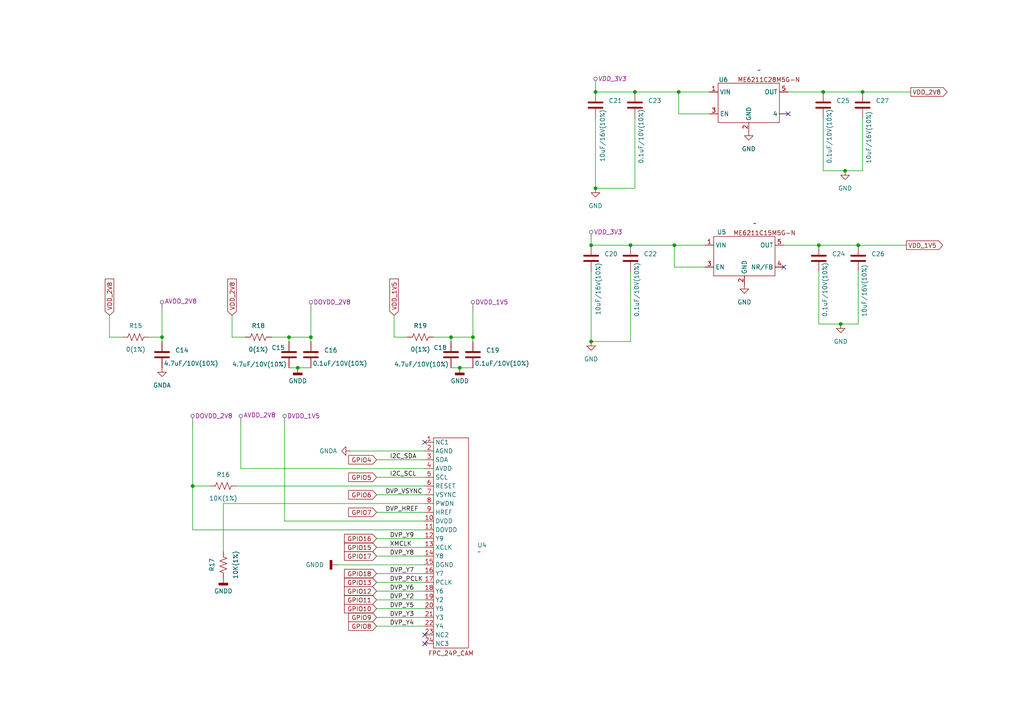
<source format=kicad_sch>
(kicad_sch (version 20231120) (generator "eeschema") (generator_version "8.0")
  (paper "A4")
  (lib_symbols
    (symbol "Device:C" (pin_numbers hide) (pin_names (offset 0.254))
      (property "Reference" "C" (at 0.635 2.54 0))
      (property "Value" "C" (at 0.635 -2.54 0))
      (symbol "C_0_1"
        (polyline (pts (xy -2.032 -0.762) (xy 2.032 -0.762)) (stroke (width 0.508)))
        (polyline (pts (xy -2.032 0.762) (xy 2.032 0.762)) (stroke (width 0.508)))
      )
      (symbol "C_1_1"
        (pin passive line (at 0 3.81 270) (length 2.794) (name "~") (number "1"))
        (pin passive line (at 0 -3.81 90) (length 2.794) (name "~") (number "2"))
      )
    )
    (symbol "Device:R_US" (pin_numbers hide) (pin_names (offset 0))
      (property "Reference" "R" (at 2.54 0 90))
      (property "Value" "R_US" (at -2.54 0 90))
      (symbol "R_US_0_1"
        (polyline (pts (xy 0 -2.286) (xy 0 -2.54)))
        (polyline (pts (xy 0 2.286) (xy 0 2.54)))
        (polyline (pts (xy 0 -0.762) (xy 1.016 -1.143) (xy 0 -1.524) (xy -1.016 -1.905) (xy 0 -2.286)))
        (polyline (pts (xy 0 0.762) (xy 1.016 0.381) (xy 0 0) (xy -1.016 -0.381) (xy 0 -0.762)))
        (polyline (pts (xy 0 2.286) (xy 1.016 1.905) (xy 0 1.524) (xy -1.016 1.143) (xy 0 0.762)))
      )
      (symbol "R_US_1_1"
        (pin passive line (at 0 3.81 270) (length 1.27) (name "~") (number "1"))
        (pin passive line (at 0 -3.81 90) (length 1.27) (name "~") (number "2"))
      )
    )
    (symbol "ME6211C28M5G-N:ME6211C15M5G-N"
      (property "Reference" "U" (at -7.62 -2.794 0))
      (symbol "ME6211C15M5G-N_0_1"
        (rectangle (start -8.89 -3.81) (end 8.89 -15.24))
      )
      (symbol "ME6211C15M5G-N_1_1"
        (text "ME6211C15M5G-N" (at 5.842 -2.794 0) (effects (font (size 1.27 1.27))))
        (pin input line (at -11.43 -6.35 0) (length 2.54) (name "VIN") (number "1"))
        (pin passive line (at 0 -17.78 90) (length 2.54) (name "GND") (number "2"))
        (pin input line (at -11.43 -12.7 0) (length 2.54) (name "EN") (number "3"))
        (pin passive line (at 11.43 -12.7 180) (length 2.54) (name "NR/FB") (number "4"))
        (pin bidirectional line (at 11.43 -6.35 180) (length 2.54) (name "OUT") (number "5"))
      )
    )
    (symbol "ME6211C28M5G-N:ME6211C28M5G-N"
      (property "Reference" "U" (at -7.874 -4.064 0))
      (symbol "ME6211C28M5G-N_0_1"
        (rectangle (start -8.89 -5.08) (end 8.89 -16.51))
      )
      (symbol "ME6211C28M5G-N_1_1"
        (text "ME6211C28M5G-N" (at 5.842 -4.064 0) (effects (font (size 1.27 1.27))))
        (pin passive line (at 11.43 -13.97 180) (length 2.54) (name "4") (number ""))
        (pin input line (at -11.43 -7.62 0) (length 2.54) (name "VIN") (number "1"))
        (pin passive line (at 0 -19.05 90) (length 2.54) (name "GND") (number "2"))
        (pin input line (at -11.43 -13.97 0) (length 2.54) (name "EN") (number "3"))
        (pin bidirectional line (at 11.43 -7.62 180) (length 2.54) (name "OUT") (number "5"))
      )
    )
    (symbol "Video:FPC_24C_CAM"
      (property "Reference" "U" (at 0 0 0))
      (symbol "FPC_24C_CAM_0_1"
        (rectangle (start 0 -1.27) (end 10.16 -62.23))
      )
      (symbol "FPC_24C_CAM_1_1"
        (text "FPC_24P_CAM" (at 5.08 -63.754 0) (effects (font (size 1.27 1.27))))
        (pin output line (at -2.54 -2.54 0) (length 2.54) (name "NC1") (number "1"))
        (pin output line (at -2.54 -25.4 0) (length 2.54) (name "DVDD") (number "10"))
        (pin output line (at -2.54 -27.94 0) (length 2.54) (name "DOVDD") (number "11"))
        (pin output line (at -2.54 -30.48 0) (length 2.54) (name "Y9") (number "12"))
        (pin output line (at -2.54 -33.02 0) (length 2.54) (name "XCLK") (number "13"))
        (pin output line (at -2.54 -35.56 0) (length 2.54) (name "Y8") (number "14"))
        (pin output line (at -2.54 -38.1 0) (length 2.54) (name "DGND") (number "15"))
        (pin output line (at -2.54 -40.64 0) (length 2.54) (name "Y7") (number "16"))
        (pin output line (at -2.54 -43.18 0) (length 2.54) (name "PCLK") (number "17"))
        (pin output line (at -2.54 -45.72 0) (length 2.54) (name "Y6") (number "18"))
        (pin output line (at -2.54 -48.26 0) (length 2.54) (name "Y2") (number "19"))
        (pin output line (at -2.54 -5.08 0) (length 2.54) (name "AGND") (number "2"))
        (pin output line (at -2.54 -50.8 0) (length 2.54) (name "Y5") (number "20"))
        (pin output line (at -2.54 -53.34 0) (length 2.54) (name "Y3") (number "21"))
        (pin output line (at -2.54 -55.88 0) (length 2.54) (name "Y4") (number "22"))
        (pin output line (at -2.54 -58.42 0) (length 2.54) (name "NC2") (number "23"))
        (pin output line (at -2.54 -60.96 0) (length 2.54) (name "NC3") (number "24"))
        (pin output line (at -2.54 -7.62 0) (length 2.54) (name "SDA") (number "3"))
        (pin output line (at -2.54 -10.16 0) (length 2.54) (name "AVDD") (number "4"))
        (pin output line (at -2.54 -12.7 0) (length 2.54) (name "SCL") (number "5"))
        (pin output line (at -2.54 -15.24 0) (length 2.54) (name "RESET") (number "6"))
        (pin output line (at -2.54 -17.78 0) (length 2.54) (name "VSYNC") (number "7"))
        (pin output line (at -2.54 -20.32 0) (length 2.54) (name "PWDN") (number "8"))
        (pin output line (at -2.54 -22.86 0) (length 2.54) (name "HREF") (number "9"))
      )
    )
    (symbol "power:GND" (power) (pin_numbers hide) (pin_names (offset 0) hide)
      (property "Value" "GND" (at 0 -3.81 0))
      (symbol "GND_0_1"
        (polyline (pts (xy 0 0) (xy 0 -1.27) (xy 1.27 -1.27) (xy 0 -2.54) (xy -1.27 -1.27) (xy 0 -1.27)))
      )
      (symbol "GND_1_1"
        (pin power_in line (at 0 0 270) (length 0) (name "~") (number "1"))
      )
    )
    (symbol "power:GNDA" (power) (pin_numbers hide) (pin_names (offset 0) hide)
      (property "Value" "GNDA" (at 0 -3.81 0))
      (symbol "GNDA_0_1"
        (polyline (pts (xy 0 0) (xy 0 -1.27) (xy 1.27 -1.27) (xy 0 -2.54) (xy -1.27 -1.27) (xy 0 -1.27)))
      )
      (symbol "GNDA_1_1"
        (pin power_in line (at 0 0 270) (length 0) (name "~") (number "1"))
      )
    )
    (symbol "power:GNDD" (power) (pin_numbers hide) (pin_names (offset 0) hide)
      (property "Value" "GNDD" (at 0 -3.175 0))
      (symbol "GNDD_0_1"
        (rectangle (start -1.27 -1.524) (end 1.27 -2.032) (stroke (width 0.254)) (fill (type outline)))
        (polyline (pts (xy 0 0) (xy 0 -1.524)))
      )
      (symbol "GNDD_1_1"
        (pin power_in line (at 0 0 270) (length 0) (name "~") (number "1"))
      )
    )
  )
  (junction (at 133.35 106.68))
  (junction (at 238.76 26.67))
  (junction (at 171.45 99.06))
  (junction (at 184.15 26.67))
  (junction (at 46.99 97.79))
  (junction (at 250.19 26.67))
  (junction (at 182.88 71.12))
  (junction (at 83.82 97.79))
  (junction (at 243.84 93.98))
  (junction (at 245.11 49.53))
  (junction (at 55.88 140.97))
  (junction (at 237.49 71.12))
  (junction (at 172.72 26.67))
  (junction (at 137.16 97.79))
  (junction (at 196.85 26.67))
  (junction (at 130.81 97.79))
  (junction (at 171.45 71.12))
  (junction (at 248.92 71.12))
  (junction (at 86.36 106.68))
  (junction (at 90.17 97.79))
  (junction (at 172.72 54.61))
  (junction (at 195.58 71.12))
  (no_connect (at 123.19 128.27))
  (no_connect (at 123.19 186.69))
  (no_connect (at 123.19 184.15))
  (no_connect (at 227.33 77.47))
  (no_connect (at 228.6 33.02))
  (wire (pts (xy 109.22 156.21) (xy 123.19 156.21)))
  (wire (pts (xy 114.3 97.79) (xy 118.11 97.79)))
  (wire (pts (xy 109.22 143.51) (xy 123.19 143.51)))
  (wire (pts (xy 109.22 173.99) (xy 123.19 173.99)))
  (wire (pts (xy 55.88 153.67) (xy 123.19 153.67)))
  (wire (pts (xy 109.22 179.07) (xy 123.19 179.07)))
  (wire (pts (xy 184.15 34.29) (xy 184.15 54.61)))
  (wire (pts (xy 83.82 97.79) (xy 83.82 99.06)))
  (wire (pts (xy 90.17 90.17) (xy 90.17 97.79)))
  (wire (pts (xy 182.88 71.12) (xy 195.58 71.12)))
  (wire (pts (xy 171.45 71.12) (xy 182.88 71.12)))
  (wire (pts (xy 55.88 140.97) (xy 55.88 153.67)))
  (wire (pts (xy 86.36 106.68) (xy 90.17 106.68)))
  (wire (pts (xy 109.22 161.29) (xy 123.19 161.29)))
  (wire (pts (xy 46.99 90.17) (xy 46.99 97.79)))
  (wire (pts (xy 248.92 93.98) (xy 248.92 78.74)))
  (wire (pts (xy 237.49 78.74) (xy 237.49 93.98)))
  (wire (pts (xy 55.88 140.97) (xy 60.96 140.97)))
  (wire (pts (xy 238.76 49.53) (xy 245.11 49.53)))
  (wire (pts (xy 196.85 26.67) (xy 205.74 26.67)))
  (wire (pts (xy 228.6 26.67) (xy 238.76 26.67)))
  (wire (pts (xy 182.88 78.74) (xy 182.88 99.06)))
  (wire (pts (xy 171.45 99.06) (xy 182.88 99.06)))
  (wire (pts (xy 31.75 97.79) (xy 35.56 97.79)))
  (wire (pts (xy 68.58 140.97) (xy 123.19 140.97)))
  (wire (pts (xy 205.74 33.02) (xy 196.85 33.02)))
  (wire (pts (xy 109.22 166.37) (xy 123.19 166.37)))
  (wire (pts (xy 69.85 123.19) (xy 69.85 135.89)))
  (wire (pts (xy 69.85 135.89) (xy 123.19 135.89)))
  (wire (pts (xy 204.47 77.47) (xy 195.58 77.47)))
  (wire (pts (xy 43.18 97.79) (xy 46.99 97.79)))
  (wire (pts (xy 196.85 33.02) (xy 196.85 26.67)))
  (wire (pts (xy 171.45 69.85) (xy 171.45 71.12)))
  (wire (pts (xy 172.72 54.61) (xy 184.15 54.61)))
  (wire (pts (xy 137.16 90.17) (xy 137.16 97.79)))
  (wire (pts (xy 172.72 26.67) (xy 184.15 26.67)))
  (wire (pts (xy 238.76 26.67) (xy 250.19 26.67)))
  (wire (pts (xy 125.73 97.79) (xy 130.81 97.79)))
  (wire (pts (xy 114.3 91.44) (xy 114.3 97.79)))
  (wire (pts (xy 78.74 97.79) (xy 83.82 97.79)))
  (wire (pts (xy 46.99 97.79) (xy 46.99 99.06)))
  (wire (pts (xy 82.55 123.19) (xy 82.55 151.13)))
  (wire (pts (xy 130.81 97.79) (xy 130.81 99.06)))
  (wire (pts (xy 101.6 130.81) (xy 123.19 130.81)))
  (wire (pts (xy 250.19 49.53) (xy 250.19 34.29)))
  (wire (pts (xy 64.77 146.05) (xy 64.77 160.02)))
  (wire (pts (xy 109.22 133.35) (xy 123.19 133.35)))
  (wire (pts (xy 237.49 71.12) (xy 248.92 71.12)))
  (wire (pts (xy 82.55 151.13) (xy 123.19 151.13)))
  (wire (pts (xy 250.19 26.67) (xy 264.16 26.67)))
  (wire (pts (xy 248.92 71.12) (xy 262.89 71.12)))
  (wire (pts (xy 172.72 34.29) (xy 172.72 54.61)))
  (wire (pts (xy 195.58 71.12) (xy 204.47 71.12)))
  (wire (pts (xy 243.84 93.98) (xy 248.92 93.98)))
  (wire (pts (xy 237.49 93.98) (xy 243.84 93.98)))
  (wire (pts (xy 83.82 97.79) (xy 90.17 97.79)))
  (wire (pts (xy 195.58 77.47) (xy 195.58 71.12)))
  (wire (pts (xy 31.75 91.44) (xy 31.75 97.79)))
  (wire (pts (xy 227.33 71.12) (xy 237.49 71.12)))
  (wire (pts (xy 133.35 106.68) (xy 137.16 106.68)))
  (wire (pts (xy 67.31 97.79) (xy 71.12 97.79)))
  (wire (pts (xy 83.82 106.68) (xy 86.36 106.68)))
  (wire (pts (xy 109.22 171.45) (xy 123.19 171.45)))
  (wire (pts (xy 97.79 163.83) (xy 123.19 163.83)))
  (wire (pts (xy 123.19 146.05) (xy 64.77 146.05)))
  (wire (pts (xy 109.22 176.53) (xy 123.19 176.53)))
  (wire (pts (xy 55.88 123.19) (xy 55.88 140.97)))
  (wire (pts (xy 109.22 168.91) (xy 123.19 168.91)))
  (wire (pts (xy 67.31 91.44) (xy 67.31 97.79)))
  (wire (pts (xy 238.76 34.29) (xy 238.76 49.53)))
  (wire (pts (xy 90.17 97.79) (xy 90.17 99.06)))
  (wire (pts (xy 184.15 26.67) (xy 196.85 26.67)))
  (wire (pts (xy 109.22 158.75) (xy 123.19 158.75)))
  (wire (pts (xy 109.22 181.61) (xy 123.19 181.61)))
  (wire (pts (xy 171.45 78.74) (xy 171.45 99.06)))
  (wire (pts (xy 109.22 148.59) (xy 123.19 148.59)))
  (wire (pts (xy 245.11 49.53) (xy 250.19 49.53)))
  (wire (pts (xy 130.81 97.79) (xy 137.16 97.79)))
  (wire (pts (xy 109.22 138.43) (xy 123.19 138.43)))
  (wire (pts (xy 130.81 106.68) (xy 133.35 106.68)))
  (wire (pts (xy 137.16 97.79) (xy 137.16 99.06)))
  (wire (pts (xy 172.72 25.4) (xy 172.72 26.67)))
  (label "I2C_SDA" (at 113.03 133.35 0))
  (label "DVP_PCLK" (at 113.03 168.91 0))
  (label "DVP_Y2" (at 113.03 173.99 0))
  (label "DVP_HREF" (at 111.76 148.59 0))
  (label "I2C_SCL" (at 113.03 138.43 0))
  (label "DVP_Y7" (at 113.03 166.37 0))
  (label "DVP_Y6" (at 113.03 171.45 0))
  (label "DVP_Y8" (at 113.03 161.29 0))
  (label "DVP_Y9" (at 113.03 156.21 0))
  (label "DVP_VSYNC" (at 111.76 143.51 0))
  (label "DVP_Y4" (at 113.03 181.61 0))
  (label "XMCLK" (at 113.03 158.75 0))
  (label "DVP_Y3" (at 113.03 179.07 0))
  (label "DVP_Y5" (at 113.03 176.53 0))
  (global_label "GPIO18" (shape input) (at 109.22 166.37 180) (property "Intersheetrefs" "${INTERSHEET_REFS}" (effects (hide yes))))
  (global_label "GPIO10" (shape input) (at 109.22 176.53 180) (property "Intersheetrefs" "${INTERSHEET_REFS}" (effects (hide yes))))
  (global_label "VDD_1V5" (shape output) (at 262.89 71.12 0) (property "Intersheetrefs" "${INTERSHEET_REFS}" (effects (hide yes))))
  (global_label "GPIO11" (shape input) (at 109.22 173.99 180) (property "Intersheetrefs" "${INTERSHEET_REFS}" (effects (hide yes))))
  (global_label "GPIO12" (shape input) (at 109.22 171.45 180) (property "Intersheetrefs" "${INTERSHEET_REFS}" (effects (hide yes))))
  (global_label "VDD_2V8" (shape input) (at 67.31 91.44 90) (property "Intersheetrefs" "${INTERSHEET_REFS}" (effects (hide yes))))
  (global_label "GPIO9" (shape input) (at 109.22 179.07 180) (property "Intersheetrefs" "${INTERSHEET_REFS}" (effects (hide yes))))
  (global_label "GPIO16" (shape input) (at 109.22 156.21 180) (property "Intersheetrefs" "${INTERSHEET_REFS}" (effects (hide yes))))
  (global_label "VDD_2V8" (shape input) (at 31.75 91.44 90) (property "Intersheetrefs" "${INTERSHEET_REFS}" (effects (hide yes))))
  (global_label "GPIO4" (shape input) (at 109.22 133.35 180) (property "Intersheetrefs" "${INTERSHEET_REFS}" (effects (hide yes))))
  (global_label "GPIO17" (shape input) (at 109.22 161.29 180) (property "Intersheetrefs" "${INTERSHEET_REFS}" (effects (hide yes))))
  (global_label "GPIO7" (shape input) (at 109.22 148.59 180) (property "Intersheetrefs" "${INTERSHEET_REFS}" (effects (hide yes))))
  (global_label "VDD_1V5" (shape input) (at 114.3 91.44 90) (property "Intersheetrefs" "${INTERSHEET_REFS}" (effects (hide yes))))
  (global_label "GPIO8" (shape input) (at 109.22 181.61 180) (property "Intersheetrefs" "${INTERSHEET_REFS}" (effects (hide yes))))
  (global_label "GPIO6" (shape input) (at 109.22 143.51 180) (property "Intersheetrefs" "${INTERSHEET_REFS}" (effects (hide yes))))
  (global_label "GPIO15" (shape input) (at 109.22 158.75 180) (property "Intersheetrefs" "${INTERSHEET_REFS}" (effects (hide yes))))
  (global_label "GPIO13" (shape input) (at 109.22 168.91 180) (property "Intersheetrefs" "${INTERSHEET_REFS}" (effects (hide yes))))
  (global_label "VDD_2V8" (shape output) (at 264.16 26.67 0) (property "Intersheetrefs" "${INTERSHEET_REFS}" (effects (hide yes))))
  (global_label "GPIO5" (shape input) (at 109.22 138.43 180) (property "Intersheetrefs" "${INTERSHEET_REFS}" (effects (hide yes))))
  (netclass_flag "" (length 2.54) (shape round) (at 171.45 69.85 0) (property "VDD" "VDD_3V3" (at 172.1485 67.31 0) (effects (font (italic yes)) (justify left))))
  (netclass_flag "" (length 2.54) (shape round) (at 137.16 90.17 0) (property "DVDD_1V5" "DVDD_1V5" (at 137.8585 87.63 0) (effects (justify left))))
  (netclass_flag "" (length 2.54) (shape round) (at 69.85 123.19 0) (property "AVDD_2V8" "AVDD_2V8" (at 70.612 120.396 0) (effects (justify left))))
  (netclass_flag "" (length 2.54) (shape round) (at 172.72 25.4 0) (property "VDD" "VDD_3V3" (at 173.4185 22.86 0) (effects (font (italic yes)) (justify left))))
  (netclass_flag "" (length 2.54) (shape round) (at 90.17 90.17 0) (property "DOVDD_2V8" "DOVDD_2V8" (at 90.8685 87.63 0) (effects (justify left))))
  (netclass_flag "" (length 2.54) (shape round) (at 82.55 123.19 0) (property "DVDD_1V5" "DVDD_1V5" (at 83.2485 120.65 0) (effects (justify left))))
  (netclass_flag "" (length 2.54) (shape round) (at 46.99 90.17 0) (property "AVDD_2V8" "AVDD_2V8" (at 47.752 87.376 0) (effects (justify left))))
  (netclass_flag "" (length 2.54) (shape round) (at 55.88 123.19 0) (property "DOVDD_2V8" "DOVDD_2V8" (at 56.5785 120.65 0) (effects (justify left))))
  (symbol (lib_id "power:GND") (at 245.11 49.53 0) (unit 1)
    (property "Reference" "#PWR029" (effects (hide yes)))
    (property "Value" "GND" (at 245.11 54.61 0))
    (property "Description" "Power symbol creates a global label with name \"GND\" , ground" (effects (hide yes)))
  )
  (symbol (lib_id "power:GNDD") (at 64.77 167.64 0) (unit 1)
    (property "Reference" "#PWR017" (effects (hide yes)))
    (property "Value" "GNDD" (at 64.77 171.45 0))
    (property "Description" "Power symbol creates a global label with name \"GNDD\" , digital ground" (effects (hide yes)))
  )
  (symbol (lib_id "Device:C") (at 184.15 30.48 0) (unit 1)
    (property "Reference" "C23" (at 187.96 29.2099 0) (effects (justify left)))
    (property "Value" "0.1uF/10V(10%)" (at 185.928 47.498 90) (effects (justify left)))
    (property "Footprint" "Capacitor_SMD:C_0603_1608Metric_Pad1.08x0.95mm_HandSolder" (effects (hide yes)))
    (property "Description" "Unpolarized capacitor" (effects (hide yes)))
  )
  (symbol (lib_id "Device:R_US") (at 74.93 97.79 90) (unit 1)
    (property "Reference" "R18" (at 74.93 94.488 90))
    (property "Value" "0(1%)" (at 74.93 101.346 90))
    (property "Footprint" "Resistor_SMD:R_0603_1608Metric_Pad0.98x0.95mm_HandSolder" (effects (hide yes)))
    (property "Description" "Resistor, US symbol" (effects (hide yes)))
  )
  (symbol (lib_id "Video:FPC_24C_CAM") (at 125.73 125.73 0) (unit 1)
    (property "Reference" "U4" (at 138.43 158.1177 0) (effects (justify left)))
    (property "Value" "~" (at 138.43 160.0228 0) (effects (justify left)))
    (property "Footprint" "Connector_FFC-FPC:Hirose_FH12-24S-0.5SH_1x24-1MP_P0.50mm_Horizontal" (effects (hide yes)))
  )
  (symbol (lib_id "ME6211C28M5G-N:ME6211C15M5G-N") (at 215.9 64.77 0) (unit 1)
    (property "Reference" "U5" (at 209.296 67.31 0))
    (property "Value" "~" (at 218.9219 64.77 0))
    (property "Footprint" "Package_TO_SOT_SMD:SOT-23-5" (effects (hide yes)))
  )
  (symbol (lib_id "power:GNDD") (at 86.36 106.68 0) (unit 1)
    (property "Reference" "#PWR018" (effects (hide yes)))
    (property "Value" "GNDD" (at 86.36 110.49 0))
    (property "Description" "Power symbol creates a global label with name \"GNDD\" , digital ground" (effects (hide yes)))
  )
  (symbol (lib_id "power:GNDA") (at 46.99 106.68 0) (unit 1)
    (property "Reference" "#PWR015" (effects (hide yes)))
    (property "Value" "GNDA" (at 46.99 111.76 0))
    (property "Description" "Power symbol creates a global label with name \"GNDA\" , analog ground" (effects (hide yes)))
  )
  (symbol (lib_id "Device:C") (at 130.81 102.87 0) (unit 1)
    (property "Reference" "C18" (at 125.73 100.838 0) (effects (justify left)))
    (property "Value" "4.7uF/10V(10%)" (at 114.3 105.664 0) (effects (justify left)))
    (property "Footprint" "Capacitor_SMD:C_0603_1608Metric_Pad1.08x0.95mm_HandSolder" (effects (hide yes)))
    (property "Description" "Unpolarized capacitor" (effects (hide yes)))
  )
  (symbol (lib_id "power:GND") (at 243.84 93.98 0) (unit 1)
    (property "Reference" "#PWR028" (effects (hide yes)))
    (property "Value" "GND" (at 243.84 99.06 0))
    (property "Description" "Power symbol creates a global label with name \"GND\" , ground" (effects (hide yes)))
  )
  (symbol (lib_id "Device:C") (at 137.16 102.87 0) (unit 1)
    (property "Reference" "C19" (at 140.97 101.5999 0) (effects (justify left)))
    (property "Value" "0.1uF/10V(10%)" (at 137.668 105.41 0) (effects (justify left)))
    (property "Footprint" "Capacitor_SMD:C_0603_1608Metric_Pad1.08x0.95mm_HandSolder" (effects (hide yes)))
    (property "Description" "Unpolarized capacitor" (effects (hide yes)))
  )
  (symbol (lib_id "Device:C") (at 83.82 102.87 0) (unit 1)
    (property "Reference" "C15" (at 78.74 100.838 0) (effects (justify left)))
    (property "Value" "4.7uF/10V(10%)" (at 67.31 105.664 0) (effects (justify left)))
    (property "Footprint" "Capacitor_SMD:C_0603_1608Metric_Pad1.08x0.95mm_HandSolder" (effects (hide yes)))
    (property "Description" "Unpolarized capacitor" (effects (hide yes)))
  )
  (symbol (lib_id "Device:C") (at 250.19 30.48 0) (unit 1)
    (property "Reference" "C27" (at 254 29.2099 0) (effects (justify left)))
    (property "Value" "10uF/16V(10%)" (at 251.968 47.498 90) (effects (justify left)))
    (property "Footprint" "Capacitor_SMD:C_0603_1608Metric_Pad1.08x0.95mm_HandSolder" (effects (hide yes)))
    (property "Description" "Unpolarized capacitor" (effects (hide yes)))
  )
  (symbol (lib_id "power:GND") (at 172.72 54.61 0) (unit 1)
    (property "Reference" "#PWR025" (effects (hide yes)))
    (property "Value" "GND" (at 172.72 59.69 0))
    (property "Description" "Power symbol creates a global label with name \"GND\" , ground" (effects (hide yes)))
  )
  (symbol (lib_id "power:GNDA") (at 101.6 130.81 270) (unit 1)
    (property "Reference" "#PWR021" (effects (hide yes)))
    (property "Value" "GNDA" (at 97.79 130.8099 90) (effects (justify right)))
    (property "Description" "Power symbol creates a global label with name \"GNDA\" , analog ground" (effects (hide yes)))
  )
  (symbol (lib_id "Device:R_US") (at 39.37 97.79 90) (unit 1)
    (property "Reference" "R15" (at 39.37 94.488 90))
    (property "Value" "0(1%)" (at 39.37 101.346 90))
    (property "Footprint" "Resistor_SMD:R_0603_1608Metric_Pad0.98x0.95mm_HandSolder" (effects (hide yes)))
    (property "Description" "Resistor, US symbol" (effects (hide yes)))
  )
  (symbol (lib_id "Device:C") (at 90.17 102.87 0) (unit 1)
    (property "Reference" "C16" (at 93.98 101.5999 0) (effects (justify left)))
    (property "Value" "0.1uF/10V(10%)" (at 90.678 105.41 0) (effects (justify left)))
    (property "Footprint" "Capacitor_SMD:C_0603_1608Metric_Pad1.08x0.95mm_HandSolder" (effects (hide yes)))
    (property "Description" "Unpolarized capacitor" (effects (hide yes)))
  )
  (symbol (lib_id "Device:C") (at 248.92 74.93 0) (unit 1)
    (property "Reference" "C26" (at 252.73 73.6599 0) (effects (justify left)))
    (property "Value" "10uF/16V(10%)" (at 250.698 91.948 90) (effects (justify left)))
    (property "Footprint" "Capacitor_SMD:C_0603_1608Metric_Pad1.08x0.95mm_HandSolder" (effects (hide yes)))
    (property "Description" "Unpolarized capacitor" (effects (hide yes)))
  )
  (symbol (lib_id "Device:C") (at 171.45 74.93 0) (unit 1)
    (property "Reference" "C20" (at 175.26 73.6599 0) (effects (justify left)))
    (property "Value" "10uF/16V(10%)" (at 173.482 91.44 90) (effects (justify left)))
    (property "Footprint" "Capacitor_SMD:C_0603_1608Metric_Pad1.08x0.95mm_HandSolder" (effects (hide yes)))
    (property "Description" "Unpolarized capacitor" (effects (hide yes)))
  )
  (symbol (lib_id "Device:C") (at 182.88 74.93 0) (unit 1)
    (property "Reference" "C22" (at 186.69 73.6599 0) (effects (justify left)))
    (property "Value" "0.1uF/10V(10%)" (at 184.658 91.948 90) (effects (justify left)))
    (property "Footprint" "Capacitor_SMD:C_0603_1608Metric_Pad1.08x0.95mm_HandSolder" (effects (hide yes)))
    (property "Description" "Unpolarized capacitor" (effects (hide yes)))
  )
  (symbol (lib_id "ME6211C28M5G-N:ME6211C28M5G-N") (at 217.17 19.05 0) (unit 1)
    (property "Reference" "U6" (at 209.804 23.114 0))
    (property "Value" "~" (at 220.1919 20.32 0))
    (property "Footprint" "Package_TO_SOT_SMD:SOT-23-5" (effects (hide yes)))
  )
  (symbol (lib_id "Device:C") (at 172.72 30.48 0) (unit 1)
    (property "Reference" "C21" (at 176.53 29.2099 0) (effects (justify left)))
    (property "Value" "10uF/16V(10%)" (at 174.752 46.99 90) (effects (justify left)))
    (property "Footprint" "Capacitor_SMD:C_0603_1608Metric_Pad1.08x0.95mm_HandSolder" (effects (hide yes)))
    (property "Description" "Unpolarized capacitor" (effects (hide yes)))
  )
  (symbol (lib_id "Device:R_US") (at 64.77 140.97 90) (unit 1)
    (property "Reference" "R16" (at 64.77 137.668 90))
    (property "Value" "10K(1%)" (at 64.77 144.526 90))
    (property "Footprint" "Resistor_SMD:R_0603_1608Metric_Pad0.98x0.95mm_HandSolder" (effects (hide yes)))
    (property "Description" "Resistor, US symbol" (effects (hide yes)))
  )
  (symbol (lib_id "Device:R_US") (at 64.77 163.83 180) (unit 1)
    (property "Reference" "R17" (at 61.468 163.83 90))
    (property "Value" "10K(1%)" (at 68.326 163.83 90))
    (property "Footprint" "Resistor_SMD:R_0603_1608Metric_Pad0.98x0.95mm_HandSolder" (effects (hide yes)))
    (property "Description" "Resistor, US symbol" (effects (hide yes)))
  )
  (symbol (lib_id "Device:R_US") (at 121.92 97.79 90) (unit 1)
    (property "Reference" "R19" (at 121.92 94.488 90))
    (property "Value" "0(1%)" (at 121.92 101.346 90))
    (property "Footprint" "Resistor_SMD:R_0603_1608Metric_Pad0.98x0.95mm_HandSolder" (effects (hide yes)))
    (property "Description" "Resistor, US symbol" (effects (hide yes)))
  )
  (symbol (lib_id "power:GNDD") (at 97.79 163.83 270) (unit 1)
    (property "Reference" "#PWR022" (effects (hide yes)))
    (property "Value" "GNDD" (at 93.98 163.8299 90) (effects (justify right)))
    (property "Description" "Power symbol creates a global label with name \"GNDD\" , digital ground" (effects (hide yes)))
  )
  (symbol (lib_id "Device:C") (at 237.49 74.93 0) (unit 1)
    (property "Reference" "C24" (at 241.3 73.6599 0) (effects (justify left)))
    (property "Value" "0.1uF/10V(10%)" (at 239.268 91.948 90) (effects (justify left)))
    (property "Footprint" "Capacitor_SMD:C_0603_1608Metric_Pad1.08x0.95mm_HandSolder" (effects (hide yes)))
    (property "Description" "Unpolarized capacitor" (effects (hide yes)))
  )
  (symbol (lib_id "power:GND") (at 217.17 38.1 0) (unit 1)
    (property "Reference" "#PWR027" (effects (hide yes)))
    (property "Value" "GND" (at 217.17 43.18 0))
    (property "Description" "Power symbol creates a global label with name \"GND\" , ground" (effects (hide yes)))
  )
  (symbol (lib_id "power:GND") (at 215.9 82.55 0) (unit 1)
    (property "Reference" "#PWR026" (effects (hide yes)))
    (property "Value" "GND" (at 215.9 87.63 0))
    (property "Description" "Power symbol creates a global label with name \"GND\" , ground" (effects (hide yes)))
  )
  (symbol (lib_id "power:GND") (at 171.45 99.06 0) (unit 1)
    (property "Reference" "#PWR024" (effects (hide yes)))
    (property "Value" "GND" (at 171.45 104.14 0))
    (property "Description" "Power symbol creates a global label with name \"GND\" , ground" (effects (hide yes)))
  )
  (symbol (lib_id "Device:C") (at 46.99 102.87 0) (unit 1)
    (property "Reference" "C14" (at 50.8 101.5999 0) (effects (justify left)))
    (property "Value" "4.7uF/10V(10%)" (at 47.498 105.41 0) (effects (justify left)))
    (property "Footprint" "Capacitor_SMD:C_0603_1608Metric_Pad1.08x0.95mm_HandSolder" (effects (hide yes)))
    (property "Description" "Unpolarized capacitor" (effects (hide yes)))
  )
  (symbol (lib_id "power:GNDD") (at 133.35 106.68 0) (unit 1)
    (property "Reference" "#PWR023" (effects (hide yes)))
    (property "Value" "GNDD" (at 133.35 110.49 0))
    (property "Description" "Power symbol creates a global label with name \"GNDD\" , digital ground" (effects (hide yes)))
  )
  (symbol (lib_id "Device:C") (at 238.76 30.48 0) (unit 1)
    (property "Reference" "C25" (at 242.57 29.2099 0) (effects (justify left)))
    (property "Value" "0.1uF/10V(10%)" (at 240.538 47.498 90) (effects (justify left)))
    (property "Footprint" "Capacitor_SMD:C_0603_1608Metric_Pad1.08x0.95mm_HandSolder" (effects (hide yes)))
    (property "Description" "Unpolarized capacitor" (effects (hide yes)))
  )
)
</source>
